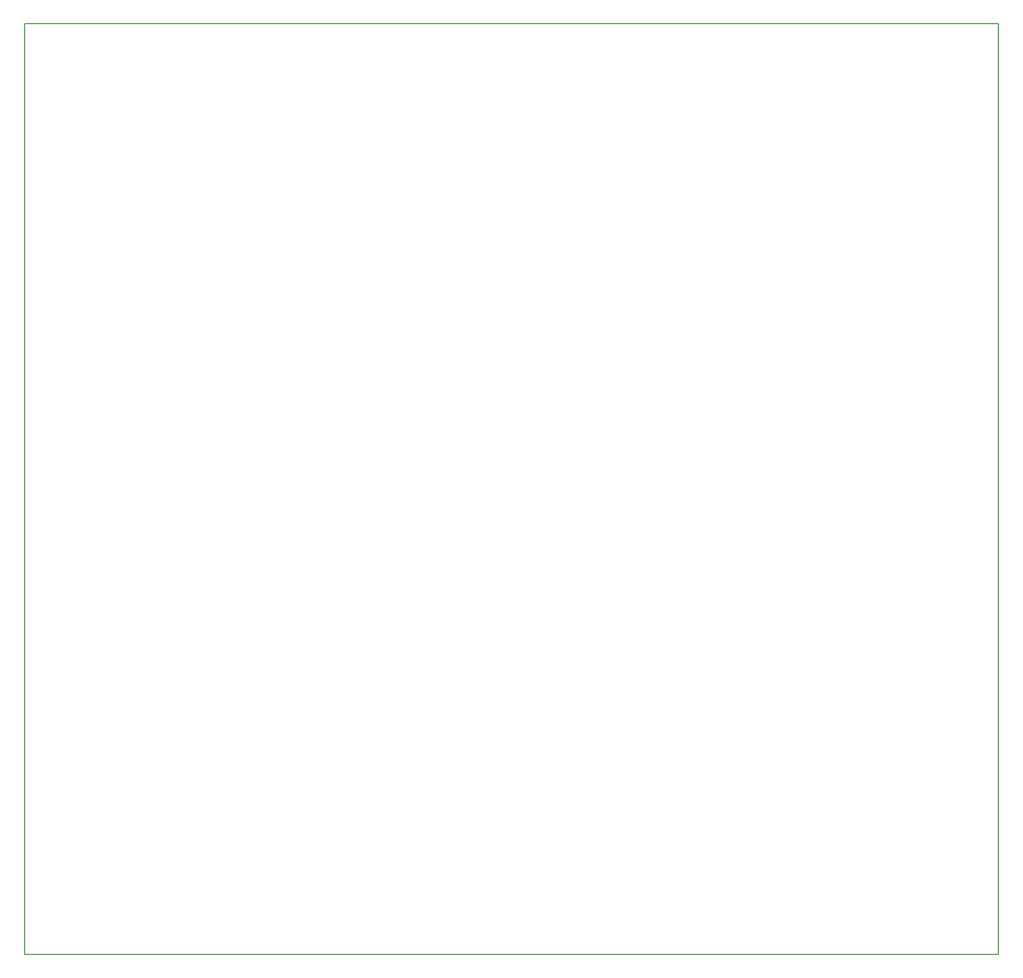
<source format=gbr>
G04 #@! TF.GenerationSoftware,KiCad,Pcbnew,(5.0.2)-1*
G04 #@! TF.CreationDate,2019-01-24T16:58:19-05:00*
G04 #@! TF.ProjectId,TrapologyKicad,54726170-6f6c-46f6-9779-4b696361642e,rev?*
G04 #@! TF.SameCoordinates,Original*
G04 #@! TF.FileFunction,Profile,NP*
%FSLAX46Y46*%
G04 Gerber Fmt 4.6, Leading zero omitted, Abs format (unit mm)*
G04 Created by KiCad (PCBNEW (5.0.2)-1) date 1/24/2019 4:58:19 PM*
%MOMM*%
%LPD*%
G01*
G04 APERTURE LIST*
%ADD10C,0.150000*%
G04 APERTURE END LIST*
D10*
X177800000Y-168656000D02*
X177800000Y-15240000D01*
X17272000Y-168656000D02*
X177800000Y-168656000D01*
X17272000Y-15240000D02*
X17272000Y-168656000D01*
X177800000Y-15240000D02*
X17272000Y-15240000D01*
M02*

</source>
